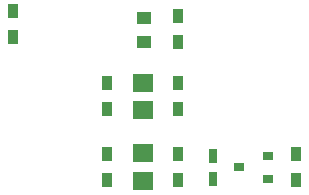
<source format=gtp>
G04 #@! TF.FileFunction,Paste,Top*
%FSLAX46Y46*%
G04 Gerber Fmt 4.6, Leading zero omitted, Abs format (unit mm)*
G04 Created by KiCad (PCBNEW 4.0.4-1.fc24-product) date Thu Mar  1 09:37:53 2018*
%MOMM*%
%LPD*%
G01*
G04 APERTURE LIST*
%ADD10C,0.100000*%
%ADD11R,0.900000X1.200000*%
%ADD12R,1.800860X1.549400*%
%ADD13R,0.750000X1.200000*%
%ADD14R,0.900000X0.800000*%
%ADD15R,1.250000X1.000000*%
G04 APERTURE END LIST*
D10*
D11*
X143000000Y-95100000D03*
X143000000Y-92900000D03*
D12*
X146000000Y-92823980D03*
X146000000Y-95176020D03*
D13*
X152000000Y-93050000D03*
X152000000Y-94950000D03*
D12*
X146000000Y-89176020D03*
X146000000Y-86823980D03*
D14*
X156600000Y-94950000D03*
X156600000Y-93050000D03*
X154200000Y-94000000D03*
D11*
X149000000Y-92900000D03*
X149000000Y-95100000D03*
X159000000Y-92900000D03*
X159000000Y-95100000D03*
X143000000Y-89100000D03*
X143000000Y-86900000D03*
X149000000Y-86900000D03*
X149000000Y-89100000D03*
X149000000Y-83400000D03*
X149000000Y-81200000D03*
X135000000Y-83000000D03*
X135000000Y-80800000D03*
D15*
X146100000Y-81400000D03*
X146100000Y-83400000D03*
M02*

</source>
